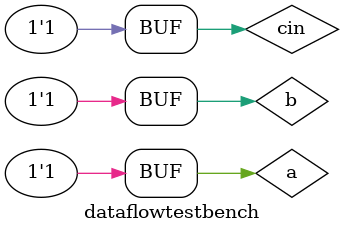
<source format=sv>
`timescale 1ns / 1ps


module dataflowtestbench();
   logic a,b,cin;
   logic sum,cout;
   //instantiate device under test
   dataflowfulladder dut(a,b,cin,sum,cout);
   //apply inputs one at a time
   initial begin
     a = 0; b = 0; cin = 0; #10;
     cin = 1; #10;
     b = 1; cin = 0; #10;
     cin = 1; #10;
     a = 1; b = 0; cin = 0; #10;
     cin = 1; #10;
     b = 1; cin = 0; #10;
     cin = 1; #10;
   end
endmodule
</source>
